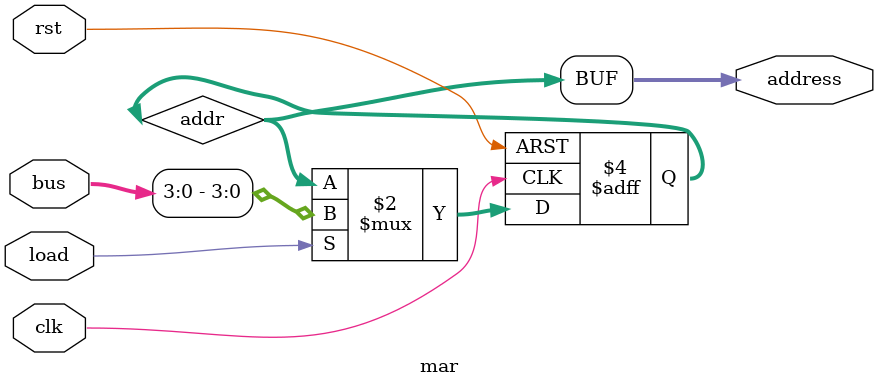
<source format=v>
module mar(
    input clk, rst, load,
    input [7:0] bus,
    output [3:0] address
);

reg [3:0] addr;

always @ (posedge clk or posedge rst) begin
  if (rst) begin
    addr <= 4'b0000;
end
else if (load) begin
    addr <= bus[3:0];
end
end

assign address = addr;

endmodule
</source>
